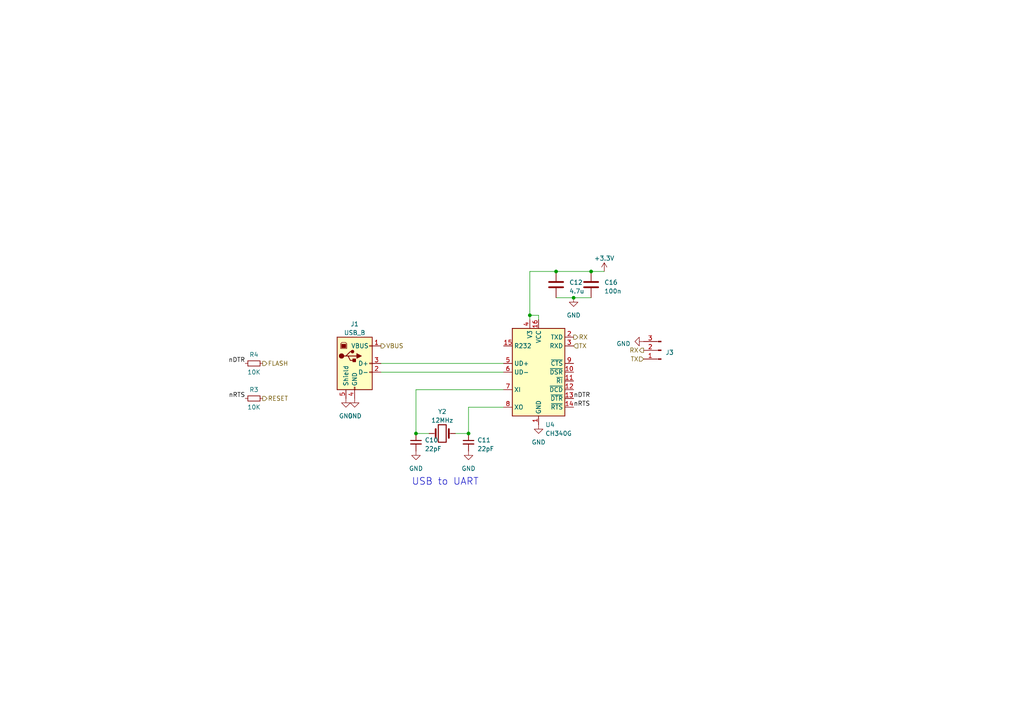
<source format=kicad_sch>
(kicad_sch (version 20230121) (generator eeschema)
  (paper "A4")
  (lib_symbols
    (symbol "Connector:Conn_01x03_Pin" (pin_names (offset 1.016) hide)
      (property "Reference" "J" (at 0 5.08 0))
      (property "Value" "Conn_01x03_Pin" (at 0 -5.08 0))
      (symbol "Conn_01x03_Pin_1_1"
        (polyline (pts (xy 1.27 -2.54) (xy 0.8636 -2.54)) (stroke (width 0.1524)))
        (polyline (pts (xy 1.27 0) (xy 0.8636 0)) (stroke (width 0.1524)))
        (polyline (pts (xy 1.27 2.54) (xy 0.8636 2.54)) (stroke (width 0.1524)))
        (rectangle (start 0.8636 -2.413) (end 0 -2.667) (stroke (width 0.1524)) (fill (type outline)))
        (rectangle (start 0.8636 0.127) (end 0 -0.127) (stroke (width 0.1524)) (fill (type outline)))
        (rectangle (start 0.8636 2.667) (end 0 2.413) (stroke (width 0.1524)) (fill (type outline)))
        (pin passive line (at 5.08 2.54 180) (length 3.81) (name "Pin_1") (number "1"))
        (pin passive line (at 5.08 0 180) (length 3.81) (name "Pin_2") (number "2"))
        (pin passive line (at 5.08 -2.54 180) (length 3.81) (name "Pin_3") (number "3"))
      )
    )
    (symbol "Connector:USB_B" (pin_names (offset 1.016))
      (property "Reference" "J" (at -5.08 11.43 0))
      (property "Value" "USB_B" (at -5.08 8.89 0))
      (symbol "USB_B_0_1"
        (rectangle (start -5.08 -7.62) (end 5.08 7.62) (stroke (width 0.254)) (fill (type background)))
        (circle (center -3.81 2.159) (radius 0.635) (stroke (width 0.254)) (fill (type outline)))
        (rectangle (start -3.81 5.588) (end -2.54 4.572) (fill (type outline)))
        (circle (center -0.635 3.429) (radius 0.381) (stroke (width 0.254)) (fill (type outline)))
        (rectangle (start -0.127 -7.62) (end 0.127 -6.858))
        (polyline (pts (xy -1.905 2.159) (xy 0.635 2.159)) (stroke (width 0.254)))
        (polyline (pts (xy -3.175 2.159) (xy -2.54 2.159) (xy -1.27 3.429) (xy -0.635 3.429)) (stroke (width 0.254)))
        (polyline (pts (xy -2.54 2.159) (xy -1.905 2.159) (xy -1.27 0.889) (xy 0 0.889)) (stroke (width 0.254)))
        (polyline (pts (xy 0.635 2.794) (xy 0.635 1.524) (xy 1.905 2.159) (xy 0.635 2.794)) (stroke (width 0.254)) (fill (type outline)))
        (polyline (pts (xy -4.064 4.318) (xy -2.286 4.318) (xy -2.286 5.715) (xy -2.667 6.096) (xy -3.683 6.096) (xy -4.064 5.715) (xy -4.064 4.318)))
        (rectangle (start 0.254 1.27) (end -0.508 0.508) (stroke (width 0.254)) (fill (type outline)))
        (rectangle (start 5.08 -2.667) (end 4.318 -2.413))
        (rectangle (start 5.08 -0.127) (end 4.318 0.127))
        (rectangle (start 5.08 4.953) (end 4.318 5.207))
      )
      (symbol "USB_B_1_1"
        (pin power_out line (at 7.62 5.08 180) (length 2.54) (name "VBUS") (number "1"))
        (pin bidirectional line (at 7.62 -2.54 180) (length 2.54) (name "D-") (number "2"))
        (pin bidirectional line (at 7.62 0 180) (length 2.54) (name "D+") (number "3"))
        (pin power_out line (at 0 -10.16 90) (length 2.54) (name "GND") (number "4"))
        (pin passive line (at -2.54 -10.16 90) (length 2.54) (name "Shield") (number "5"))
      )
    )
    (symbol "Device:C" (pin_numbers hide) (pin_names (offset 0.254))
      (property "Reference" "C" (at 0.635 2.54 0))
      (property "Value" "C" (at 0.635 -2.54 0))
      (symbol "C_0_1"
        (polyline (pts (xy -2.032 -0.762) (xy 2.032 -0.762)) (stroke (width 0.508)))
        (polyline (pts (xy -2.032 0.762) (xy 2.032 0.762)) (stroke (width 0.508)))
      )
      (symbol "C_1_1"
        (pin passive line (at 0 3.81 270) (length 2.794) (name "~") (number "1"))
        (pin passive line (at 0 -3.81 90) (length 2.794) (name "~") (number "2"))
      )
    )
    (symbol "Device:C_Small" (pin_numbers hide) (pin_names (offset 0.254) hide)
      (property "Reference" "C" (at 0.254 1.778 0))
      (property "Value" "C_Small" (at 0.254 -2.032 0))
      (symbol "C_Small_0_1"
        (polyline (pts (xy -1.524 -0.508) (xy 1.524 -0.508)) (stroke (width 0.3302)))
        (polyline (pts (xy -1.524 0.508) (xy 1.524 0.508)) (stroke (width 0.3048)))
      )
      (symbol "C_Small_1_1"
        (pin passive line (at 0 2.54 270) (length 2.032) (name "~") (number "1"))
        (pin passive line (at 0 -2.54 90) (length 2.032) (name "~") (number "2"))
      )
    )
    (symbol "Device:Crystal" (pin_numbers hide) (pin_names (offset 1.016) hide)
      (property "Reference" "Y" (at 0 3.81 0))
      (property "Value" "Crystal" (at 0 -3.81 0))
      (symbol "Crystal_0_1"
        (rectangle (start -1.143 2.54) (end 1.143 -2.54) (stroke (width 0.3048)))
        (polyline (pts (xy -2.54 0) (xy -1.905 0)))
        (polyline (pts (xy -1.905 -1.27) (xy -1.905 1.27)) (stroke (width 0.508)))
        (polyline (pts (xy 1.905 -1.27) (xy 1.905 1.27)) (stroke (width 0.508)))
        (polyline (pts (xy 2.54 0) (xy 1.905 0)))
      )
      (symbol "Crystal_1_1"
        (pin passive line (at -3.81 0 0) (length 1.27) (name "1") (number "1"))
        (pin passive line (at 3.81 0 180) (length 1.27) (name "2") (number "2"))
      )
    )
    (symbol "Device:R_Small" (pin_numbers hide) (pin_names (offset 0.254) hide)
      (property "Reference" "R" (at 0.762 0.508 0))
      (property "Value" "R_Small" (at 0.762 -1.016 0))
      (symbol "R_Small_0_1"
        (rectangle (start -0.762 1.778) (end 0.762 -1.778) (stroke (width 0.2032)))
      )
      (symbol "R_Small_1_1"
        (pin passive line (at 0 2.54 270) (length 0.762) (name "~") (number "1"))
        (pin passive line (at 0 -2.54 90) (length 0.762) (name "~") (number "2"))
      )
    )
    (symbol "Interface_USB:CH340G"
      (property "Reference" "U" (at -5.08 13.97 0))
      (property "Value" "CH340G" (at 1.27 13.97 0))
      (symbol "CH340G_0_1"
        (rectangle (start -7.62 12.7) (end 7.62 -12.7) (stroke (width 0.254)) (fill (type background)))
      )
      (symbol "CH340G_1_1"
        (pin power_in line (at 0 -15.24 90) (length 2.54) (name "GND") (number "1"))
        (pin input line (at 10.16 0 180) (length 2.54) (name "~{DSR}") (number "10"))
        (pin input line (at 10.16 -2.54 180) (length 2.54) (name "~{RI}") (number "11"))
        (pin input line (at 10.16 -5.08 180) (length 2.54) (name "~{DCD}") (number "12"))
        (pin output line (at 10.16 -7.62 180) (length 2.54) (name "~{DTR}") (number "13"))
        (pin output line (at 10.16 -10.16 180) (length 2.54) (name "~{RTS}") (number "14"))
        (pin input line (at -10.16 7.62 0) (length 2.54) (name "R232") (number "15"))
        (pin power_in line (at 0 15.24 270) (length 2.54) (name "VCC") (number "16"))
        (pin output line (at 10.16 10.16 180) (length 2.54) (name "TXD") (number "2"))
        (pin input line (at 10.16 7.62 180) (length 2.54) (name "RXD") (number "3"))
        (pin passive line (at -2.54 15.24 270) (length 2.54) (name "V3") (number "4"))
        (pin bidirectional line (at -10.16 2.54 0) (length 2.54) (name "UD+") (number "5"))
        (pin bidirectional line (at -10.16 0 0) (length 2.54) (name "UD-") (number "6"))
        (pin input line (at -10.16 -5.08 0) (length 2.54) (name "XI") (number "7"))
        (pin output line (at -10.16 -10.16 0) (length 2.54) (name "XO") (number "8"))
        (pin input line (at 10.16 2.54 180) (length 2.54) (name "~{CTS}") (number "9"))
      )
    )
    (symbol "power:+3.3V" (power) (pin_names (offset 0))
      (property "Value" "+3.3V" (at 0 3.556 0))
      (symbol "+3.3V_0_1"
        (polyline (pts (xy -0.762 1.27) (xy 0 2.54)))
        (polyline (pts (xy 0 0) (xy 0 2.54)))
        (polyline (pts (xy 0 2.54) (xy 0.762 1.27)))
      )
      (symbol "+3.3V_1_1"
        (pin power_in line (at 0 0 90) (length 0) hide (name "+3.3V") (number "1"))
      )
    )
    (symbol "power:GND" (power) (pin_names (offset 0))
      (property "Value" "GND" (at 0 -3.81 0))
      (symbol "GND_0_1"
        (polyline (pts (xy 0 0) (xy 0 -1.27) (xy 1.27 -1.27) (xy 0 -2.54) (xy -1.27 -1.27) (xy 0 -1.27)))
      )
      (symbol "GND_1_1"
        (pin power_in line (at 0 0 270) (length 0) hide (name "GND") (number "1"))
      )
    )
  )
  (junction (at 153.67 91.44))
  (junction (at 135.89 125.73))
  (junction (at 171.45 78.74))
  (junction (at 161.29 78.74))
  (junction (at 120.65 125.73))
  (junction (at 166.37 86.36))
  (wire (pts (xy 120.65 113.03) (xy 120.65 125.73)))
  (wire (pts (xy 135.89 118.11) (xy 146.05 118.11)))
  (wire (pts (xy 146.05 113.03) (xy 120.65 113.03)))
  (wire (pts (xy 135.89 125.73) (xy 135.89 118.11)))
  (wire (pts (xy 175.26 78.74) (xy 171.45 78.74)))
  (wire (pts (xy 120.65 125.73) (xy 124.46 125.73)))
  (wire (pts (xy 110.49 105.41) (xy 146.05 105.41)))
  (wire (pts (xy 110.49 107.95) (xy 146.05 107.95)))
  (wire (pts (xy 135.89 125.73) (xy 132.08 125.73)))
  (wire (pts (xy 153.67 91.44) (xy 156.21 91.44)))
  (wire (pts (xy 166.37 86.36) (xy 171.45 86.36)))
  (wire (pts (xy 156.21 91.44) (xy 156.21 92.71)))
  (wire (pts (xy 153.67 91.44) (xy 153.67 92.71)))
  (wire (pts (xy 153.67 78.74) (xy 161.29 78.74)))
  (wire (pts (xy 171.45 78.74) (xy 161.29 78.74)))
  (wire (pts (xy 153.67 78.74) (xy 153.67 91.44)))
  (wire (pts (xy 161.29 86.36) (xy 166.37 86.36)))
  (text "USB to UART" (at 119.38 140.97 0) (effects (font (size 2 2)) (justify left bottom)))
  (label "nRTS" (at 166.37 118.11 0))
  (label "nDTR" (at 71.12 105.41 180))
  (label "nDTR" (at 166.37 115.57 0))
  (label "nRTS" (at 71.12 115.57 180))
  (hierarchical_label "RX" (shape output) (at 186.69 101.6 180))
  (hierarchical_label "TX" (shape input) (at 166.37 100.33 0))
  (hierarchical_label "FLASH" (shape output) (at 76.2 105.41 0))
  (hierarchical_label "RX" (shape output) (at 166.37 97.79 0))
  (hierarchical_label "TX" (shape input) (at 186.69 104.14 180))
  (hierarchical_label "VBUS" (shape output) (at 110.49 100.33 0))
  (hierarchical_label "RESET" (shape output) (at 76.2 115.57 0))
  (symbol (lib_id "power:GND") (at 102.87 115.57 0) (unit 1)
    (property "Reference" "#PWR069" (effects hide))
    (property "Value" "GND" (at 102.87 120.65 0))
    (instances (project "armatron_control_panel" (path "" (reference "#PWR069") (unit 1)) (path "" (reference "#PWR016") (unit 1))))
  )
  (symbol (lib_id "power:GND") (at 186.69 99.06 270) (unit 1)
    (property "Reference" "#PWR063" (effects hide))
    (property "Value" "GND" (at 182.88 99.695 90) (effects (justify right)))
    (instances (project "armatron_control_panel" (path "" (reference "#PWR063") (unit 1)) (path "" (reference "#PWR062") (unit 1)) (path "" (reference "#PWR025") (unit 1))) (project "armatron_power_board" (path "" (reference "#PWR091") (unit 1))))
  )
  (symbol (lib_id "Device:R_Small") (at 73.66 105.41 270) (unit 1)
    (property "Reference" "R4" (at 73.66 102.87 90))
    (property "Value" "10K" (at 73.66 107.95 90))
    (property "Footprint" "Resistor_SMD:R_0805_2012Metric_Pad1.20x1.40mm_HandSolder" (effects hide))
    (instances (project "armatron_control_panel" (path "" (reference "R4") (unit 1)) (path "" (reference "R7") (unit 1))) (project "armatron_power_board" (path "" (reference "R32") (unit 1))))
  )
  (symbol (lib_id "Interface_USB:CH340G") (at 156.21 107.95 0) (unit 1)
    (property "Reference" "U4" (at 158.1659 123.19 0) (effects (justify left)))
    (property "Value" "CH340G" (at 158.1659 125.73 0) (effects (justify left)))
    (property "Footprint" "Package_SO:SOIC-16_3.9x9.9mm_P1.27mm" (effects hide))
    (property "Datasheet" "http://www.datasheet5.com/pdf-local-2195953" (effects hide))
    (instances (project "armatron_control_panel" (path "" (reference "U4") (unit 1)) (path "" (reference "U4") (unit 1)) (path "" (reference "U5") (unit 1))) (project "armatron_power_board" (path "" (reference "U5") (unit 1))))
  )
  (symbol (lib_id "Device:C") (at 171.45 82.55 0) (unit 1)
    (property "Reference" "C16" (at 175.26 81.915 0) (effects (justify left)))
    (property "Value" "100n" (at 175.26 84.455 0) (effects (justify left)))
    (property "Footprint" "Capacitor_SMD:C_0805_2012Metric_Pad1.18x1.45mm_HandSolder" (effects hide))
    (instances (project "armatron_control_panel" (path "" (reference "C16") (unit 1)) (path "" (reference "C19") (unit 1))) (project "armatron_power_board" (path "" (reference "C7") (unit 1))))
  )
  (symbol (lib_id "power:GND") (at 156.21 123.19 0) (unit 1)
    (property "Reference" "#PWR062" (effects hide))
    (property "Value" "GND" (at 156.21 128.27 0))
    (instances (project "armatron_control_panel" (path "" (reference "#PWR062") (unit 1)) (path "" (reference "#PWR061") (unit 1)) (path "" (reference "#PWR019") (unit 1))) (project "armatron_power_board" (path "" (reference "#PWR048") (unit 1))))
  )
  (symbol (lib_id "Device:C_Small") (at 120.65 128.27 0) (unit 1)
    (property "Reference" "C10" (at 123.19 127.6413 0) (effects (justify left)))
    (property "Value" "22pF" (at 123.19 130.1813 0) (effects (justify left)))
    (property "Footprint" "Capacitor_SMD:C_0805_2012Metric_Pad1.18x1.45mm_HandSolder" (effects hide))
    (instances (project "armatron_control_panel" (path "" (reference "C10") (unit 1)) (path "" (reference "C10") (unit 1)) (path "" (reference "C13") (unit 1))) (project "armatron_power_board" (path "" (reference "C9") (unit 1))))
  )
  (symbol (lib_id "Connector:Conn_01x03_Pin") (at 191.77 101.6 180) (unit 1)
    (property "Reference" "J3" (at 193.04 102.235 0) (effects (justify right)))
    (property "Value" "Conn_01x03_Pin" (effects hide))
    (property "Footprint" "Connector_PinHeader_2.54mm:PinHeader_1x03_P2.54mm_Vertical" (effects hide))
    (instances (project "armatron_control_panel" (path "" (reference "J3") (unit 1)) (path "" (reference "J3") (unit 1)) (path "" (reference "J5") (unit 1))) (project "armatron_power_board" (path "" (reference "J12") (unit 1))))
  )
  (symbol (lib_id "Device:R_Small") (at 73.66 115.57 270) (unit 1)
    (property "Reference" "R3" (at 73.66 113.03 90))
    (property "Value" "10K" (at 73.66 118.11 90))
    (property "Footprint" "Resistor_SMD:R_0805_2012Metric_Pad1.20x1.40mm_HandSolder" (effects hide))
    (instances (project "armatron_control_panel" (path "" (reference "R3") (unit 1)) (path "" (reference "R7") (unit 1))) (project "armatron_power_board" (path "" (reference "R32") (unit 1))))
  )
  (symbol (lib_id "power:+3.3V") (at 175.26 78.74 0) (unit 1)
    (property "Reference" "#PWR072" (effects hide))
    (property "Value" "+3.3V" (at 175.26 74.93 0))
    (instances (project "armatron_control_panel" (path "" (reference "#PWR072") (unit 1)) (path "" (reference "#PWR024") (unit 1))))
  )
  (symbol (lib_id "Device:C") (at 161.29 82.55 0) (unit 1)
    (property "Reference" "C12" (at 165.1 81.915 0) (effects (justify left)))
    (property "Value" "4.7u" (at 165.1 84.455 0) (effects (justify left)))
    (property "Footprint" "Capacitor_SMD:C_0805_2012Metric_Pad1.18x1.45mm_HandSolder" (effects hide))
    (instances (project "armatron_control_panel" (path "" (reference "C12") (unit 1)) (path "" (reference "C12") (unit 1)) (path "" (reference "C15") (unit 1))) (project "armatron_power_board" (path "" (reference "C6") (unit 1))))
  )
  (symbol (lib_id "power:GND") (at 100.33 115.57 0) (unit 1)
    (property "Reference" "#PWR068" (effects hide))
    (property "Value" "GND" (at 100.33 120.65 0))
    (instances (project "armatron_control_panel" (path "" (reference "#PWR068") (unit 1)) (path "" (reference "#PWR015") (unit 1))))
  )
  (symbol (lib_id "Device:C_Small") (at 135.89 128.27 0) (unit 1)
    (property "Reference" "C11" (at 138.43 127.6413 0) (effects (justify left)))
    (property "Value" "22pF" (at 138.43 130.1813 0) (effects (justify left)))
    (property "Footprint" "Capacitor_SMD:C_0805_2012Metric_Pad1.18x1.45mm_HandSolder" (effects hide))
    (instances (project "armatron_control_panel" (path "" (reference "C11") (unit 1)) (path "" (reference "C11") (unit 1)) (path "" (reference "C14") (unit 1))) (project "armatron_power_board" (path "" (reference "C10") (unit 1))))
  )
  (symbol (lib_id "Connector:USB_B") (at 102.87 105.41 0) (unit 1)
    (property "Reference" "J1" (at 102.87 93.98 0))
    (property "Value" "USB_B" (at 102.87 96.52 0))
    (property "Footprint" "SamacSys_Parts:USB1030GFPBB" (effects hide))
    (property "Datasheet" " ~" (effects hide))
    (instances (project "armatron_control_panel" (path "" (reference "J1") (unit 1)) (path "" (reference "J4") (unit 1))) (project "armatron_power_board" (path "" (reference "J18") (unit 1))))
  )
  (symbol (lib_id "power:GND") (at 135.89 130.81 0) (unit 1)
    (property "Reference" "#PWR071" (effects hide))
    (property "Value" "GND" (at 135.89 135.89 0))
    (instances (project "armatron_control_panel" (path "" (reference "#PWR071") (unit 1)) (path "" (reference "#PWR018") (unit 1))))
  )
  (symbol (lib_id "power:GND") (at 120.65 130.81 0) (unit 1)
    (property "Reference" "#PWR070" (effects hide))
    (property "Value" "GND" (at 120.65 135.89 0))
    (instances (project "armatron_control_panel" (path "" (reference "#PWR070") (unit 1)) (path "" (reference "#PWR017") (unit 1))))
  )
  (symbol (lib_id "Device:Crystal") (at 128.27 125.73 0) (unit 1)
    (property "Reference" "Y2" (at 128.27 119.38 0))
    (property "Value" "12MHz" (at 128.27 121.92 0))
    (property "Footprint" "Crystal:Crystal_SMD_5032-2Pin_5.0x3.2mm_HandSoldering" (effects hide))
    (instances (project "armatron_control_panel" (path "" (reference "Y2") (unit 1)) (path "" (reference "Y2") (unit 1)) (path "" (reference "Y3") (unit 1))) (project "armatron_power_board" (path "" (reference "Y1") (unit 1))))
  )
  (symbol (lib_id "power:GND") (at 166.37 86.36 0) (unit 1)
    (property "Reference" "#PWR061" (effects hide))
    (property "Value" "GND" (at 166.37 91.44 0))
    (instances (project "armatron_control_panel" (path "" (reference "#PWR061") (unit 1)) (path "" (reference "#PWR063") (unit 1)) (path "" (reference "#PWR020") (unit 1))) (project "armatron_power_board" (path "" (reference "#PWR047") (unit 1))))
  )
)
</source>
